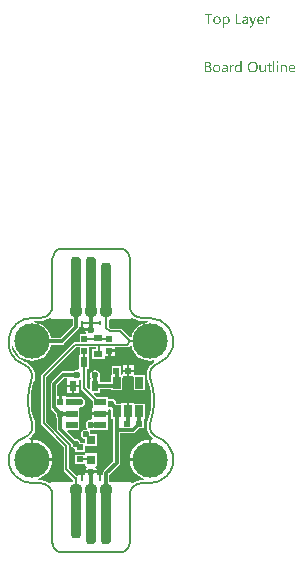
<source format=gtl>
G04*
G04 #@! TF.GenerationSoftware,Altium Limited,Altium Designer,21.8.1 (53)*
G04*
G04 Layer_Physical_Order=1*
G04 Layer_Color=255*
%FSAX25Y25*%
%MOIN*%
G70*
G04*
G04 #@! TF.SameCoordinates,17E01544-8C08-452E-A090-7F5DC87EFE89*
G04*
G04*
G04 #@! TF.FilePolarity,Positive*
G04*
G01*
G75*
%ADD10C,0.01181*%
%ADD11C,0.00787*%
%ADD16R,0.03937X0.02362*%
%ADD17R,0.02362X0.03543*%
%ADD18R,0.00787X0.01181*%
%ADD20R,0.02165X0.01968*%
%ADD22R,0.02756X0.03937*%
%ADD23R,0.02165X0.01968*%
%ADD24R,0.01968X0.02165*%
G04:AMPARAMS|DCode=28|XSize=35.43mil|YSize=169.29mil|CornerRadius=13.82mil|HoleSize=0mil|Usage=FLASHONLY|Rotation=0.000|XOffset=0mil|YOffset=0mil|HoleType=Round|Shape=RoundedRectangle|*
%AMROUNDEDRECTD28*
21,1,0.03543,0.14165,0,0,0.0*
21,1,0.00780,0.16929,0,0,0.0*
1,1,0.02764,0.00390,-0.07083*
1,1,0.02764,-0.00390,-0.07083*
1,1,0.02764,-0.00390,0.07083*
1,1,0.02764,0.00390,0.07083*
%
%ADD28ROUNDEDRECTD28*%
G04:AMPARAMS|DCode=33|XSize=35.43mil|YSize=188.98mil|CornerRadius=13.82mil|HoleSize=0mil|Usage=FLASHONLY|Rotation=180.000|XOffset=0mil|YOffset=0mil|HoleType=Round|Shape=RoundedRectangle|*
%AMROUNDEDRECTD33*
21,1,0.03543,0.16134,0,0,180.0*
21,1,0.00780,0.18898,0,0,180.0*
1,1,0.02764,-0.00390,0.08067*
1,1,0.02764,0.00390,0.08067*
1,1,0.02764,0.00390,-0.08067*
1,1,0.02764,-0.00390,-0.08067*
%
%ADD33ROUNDEDRECTD33*%
%ADD37C,0.04370*%
%ADD39R,0.03150X0.02362*%
%ADD40R,0.03150X0.03150*%
%ADD41C,0.01378*%
%ADD42C,0.11811*%
%ADD43C,0.02362*%
G36*
X0045234Y0155615D02*
X0045278Y0155609D01*
X0045321Y0155603D01*
X0045432Y0155578D01*
X0045556Y0155541D01*
X0045680Y0155479D01*
X0045742Y0155442D01*
X0045804Y0155392D01*
X0045860Y0155343D01*
X0045915Y0155281D01*
X0045921Y0155275D01*
X0045928Y0155268D01*
X0045940Y0155244D01*
X0045959Y0155219D01*
X0045977Y0155188D01*
X0046002Y0155145D01*
X0046027Y0155095D01*
X0046051Y0155046D01*
X0046076Y0154984D01*
X0046101Y0154916D01*
X0046126Y0154841D01*
X0046144Y0154761D01*
X0046175Y0154581D01*
X0046188Y0154482D01*
Y0154377D01*
Y0154371D01*
Y0154352D01*
Y0154315D01*
X0046181Y0154272D01*
Y0154222D01*
X0046169Y0154160D01*
X0046163Y0154092D01*
X0046150Y0154018D01*
X0046113Y0153857D01*
X0046058Y0153690D01*
X0046020Y0153610D01*
X0045983Y0153529D01*
X0045934Y0153448D01*
X0045878Y0153374D01*
X0045872Y0153368D01*
X0045866Y0153356D01*
X0045847Y0153337D01*
X0045823Y0153319D01*
X0045792Y0153288D01*
X0045754Y0153257D01*
X0045711Y0153219D01*
X0045662Y0153189D01*
X0045606Y0153151D01*
X0045544Y0153114D01*
X0045395Y0153059D01*
X0045315Y0153034D01*
X0045234Y0153015D01*
X0045142Y0153003D01*
X0045042Y0152997D01*
X0044993D01*
X0044962Y0153003D01*
X0044919Y0153009D01*
X0044875Y0153021D01*
X0044764Y0153046D01*
X0044646Y0153096D01*
X0044578Y0153133D01*
X0044516Y0153170D01*
X0044455Y0153219D01*
X0044399Y0153275D01*
X0044337Y0153337D01*
X0044287Y0153411D01*
X0044275D01*
Y0151901D01*
X0043873D01*
Y0155566D01*
X0044275D01*
Y0155120D01*
X0044287D01*
X0044293Y0155126D01*
X0044300Y0155145D01*
X0044318Y0155169D01*
X0044343Y0155200D01*
X0044374Y0155237D01*
X0044411Y0155281D01*
X0044455Y0155324D01*
X0044510Y0155374D01*
X0044566Y0155417D01*
X0044628Y0155460D01*
X0044702Y0155504D01*
X0044776Y0155541D01*
X0044863Y0155578D01*
X0044956Y0155603D01*
X0045049Y0155615D01*
X0045154Y0155621D01*
X0045204D01*
X0045234Y0155615D01*
D02*
G37*
G36*
X0059348Y0155603D02*
X0059422Y0155596D01*
X0059465Y0155584D01*
X0059496Y0155572D01*
Y0155157D01*
X0059490Y0155163D01*
X0059478Y0155169D01*
X0059453Y0155182D01*
X0059422Y0155200D01*
X0059379Y0155213D01*
X0059323Y0155225D01*
X0059261Y0155231D01*
X0059193Y0155237D01*
X0059180D01*
X0059149Y0155231D01*
X0059100Y0155225D01*
X0059044Y0155207D01*
X0058970Y0155175D01*
X0058902Y0155132D01*
X0058828Y0155070D01*
X0058760Y0154990D01*
X0058753Y0154978D01*
X0058735Y0154946D01*
X0058704Y0154891D01*
X0058673Y0154816D01*
X0058642Y0154724D01*
X0058611Y0154606D01*
X0058592Y0154476D01*
X0058586Y0154327D01*
Y0153052D01*
X0058184D01*
Y0155566D01*
X0058586D01*
Y0155046D01*
X0058599D01*
Y0155052D01*
X0058605Y0155058D01*
X0058617Y0155089D01*
X0058636Y0155138D01*
X0058667Y0155200D01*
X0058698Y0155262D01*
X0058747Y0155330D01*
X0058797Y0155398D01*
X0058859Y0155460D01*
X0058865Y0155466D01*
X0058890Y0155485D01*
X0058927Y0155510D01*
X0058976Y0155535D01*
X0059032Y0155559D01*
X0059100Y0155584D01*
X0059174Y0155603D01*
X0059255Y0155609D01*
X0059311D01*
X0059348Y0155603D01*
D02*
G37*
G36*
X0053969Y0152650D02*
X0053962Y0152644D01*
X0053956Y0152619D01*
X0053938Y0152576D01*
X0053913Y0152526D01*
X0053882Y0152471D01*
X0053838Y0152402D01*
X0053795Y0152334D01*
X0053746Y0152260D01*
X0053684Y0152186D01*
X0053622Y0152118D01*
X0053548Y0152050D01*
X0053467Y0151994D01*
X0053387Y0151944D01*
X0053294Y0151901D01*
X0053201Y0151876D01*
X0053096Y0151870D01*
X0053040D01*
X0053003Y0151876D01*
X0052922Y0151889D01*
X0052836Y0151907D01*
Y0152266D01*
X0052842D01*
X0052860Y0152260D01*
X0052885Y0152254D01*
X0052916Y0152248D01*
X0052991Y0152229D01*
X0053071Y0152223D01*
X0053083D01*
X0053120Y0152229D01*
X0053176Y0152242D01*
X0053244Y0152266D01*
X0053319Y0152310D01*
X0053356Y0152340D01*
X0053393Y0152378D01*
X0053430Y0152415D01*
X0053467Y0152464D01*
X0053498Y0152520D01*
X0053529Y0152582D01*
X0053733Y0153052D01*
X0052749Y0155566D01*
X0053195D01*
X0053876Y0153628D01*
Y0153622D01*
X0053882Y0153610D01*
X0053888Y0153591D01*
X0053894Y0153566D01*
X0053900Y0153529D01*
X0053913Y0153492D01*
X0053925Y0153436D01*
X0053944D01*
Y0153448D01*
X0053956Y0153486D01*
X0053969Y0153541D01*
X0053993Y0153622D01*
X0054705Y0155566D01*
X0055120D01*
X0053969Y0152650D01*
D02*
G37*
G36*
X0051561Y0155615D02*
X0051616Y0155609D01*
X0051684Y0155590D01*
X0051759Y0155572D01*
X0051839Y0155541D01*
X0051926Y0155504D01*
X0052006Y0155454D01*
X0052087Y0155392D01*
X0052161Y0155318D01*
X0052229Y0155225D01*
X0052285Y0155120D01*
X0052328Y0154996D01*
X0052353Y0154854D01*
X0052365Y0154686D01*
Y0153052D01*
X0051963D01*
Y0153442D01*
X0051951D01*
Y0153436D01*
X0051938Y0153424D01*
X0051926Y0153399D01*
X0051901Y0153374D01*
X0051839Y0153300D01*
X0051759Y0153219D01*
X0051647Y0153139D01*
X0051517Y0153065D01*
X0051437Y0153040D01*
X0051356Y0153015D01*
X0051270Y0153003D01*
X0051177Y0152997D01*
X0051140D01*
X0051115Y0153003D01*
X0051047Y0153009D01*
X0050966Y0153021D01*
X0050867Y0153046D01*
X0050775Y0153077D01*
X0050675Y0153127D01*
X0050589Y0153189D01*
X0050583Y0153201D01*
X0050558Y0153226D01*
X0050521Y0153269D01*
X0050484Y0153331D01*
X0050446Y0153405D01*
X0050409Y0153492D01*
X0050384Y0153597D01*
X0050378Y0153715D01*
Y0153721D01*
Y0153746D01*
X0050384Y0153783D01*
X0050391Y0153826D01*
X0050403Y0153882D01*
X0050422Y0153944D01*
X0050446Y0154012D01*
X0050484Y0154080D01*
X0050527Y0154154D01*
X0050583Y0154228D01*
X0050651Y0154297D01*
X0050731Y0154358D01*
X0050824Y0154420D01*
X0050935Y0154470D01*
X0051059Y0154507D01*
X0051208Y0154538D01*
X0051963Y0154643D01*
Y0154649D01*
Y0154668D01*
X0051957Y0154705D01*
Y0154742D01*
X0051944Y0154792D01*
X0051938Y0154848D01*
X0051901Y0154965D01*
X0051870Y0155021D01*
X0051839Y0155077D01*
X0051796Y0155132D01*
X0051746Y0155182D01*
X0051684Y0155225D01*
X0051616Y0155256D01*
X0051536Y0155275D01*
X0051443Y0155281D01*
X0051400D01*
X0051369Y0155275D01*
X0051325D01*
X0051282Y0155262D01*
X0051171Y0155244D01*
X0051047Y0155207D01*
X0050911Y0155151D01*
X0050836Y0155114D01*
X0050768Y0155077D01*
X0050694Y0155027D01*
X0050626Y0154971D01*
Y0155386D01*
X0050632D01*
X0050644Y0155398D01*
X0050663Y0155411D01*
X0050694Y0155423D01*
X0050725Y0155442D01*
X0050768Y0155460D01*
X0050818Y0155479D01*
X0050874Y0155504D01*
X0050997Y0155547D01*
X0051146Y0155584D01*
X0051307Y0155609D01*
X0051480Y0155621D01*
X0051517D01*
X0051561Y0155615D01*
D02*
G37*
G36*
X0048670Y0153424D02*
X0050081D01*
Y0153052D01*
X0048255D01*
Y0156568D01*
X0048670D01*
Y0153424D01*
D02*
G37*
G36*
X0040431Y0156197D02*
X0039416D01*
Y0153052D01*
X0039007D01*
Y0156197D01*
X0037992D01*
Y0156568D01*
X0040431D01*
Y0156197D01*
D02*
G37*
G36*
X0056624Y0155615D02*
X0056667Y0155609D01*
X0056711Y0155603D01*
X0056822Y0155584D01*
X0056946Y0155541D01*
X0057070Y0155485D01*
X0057132Y0155448D01*
X0057193Y0155405D01*
X0057249Y0155355D01*
X0057305Y0155299D01*
X0057311Y0155293D01*
X0057317Y0155287D01*
X0057330Y0155268D01*
X0057348Y0155244D01*
X0057367Y0155207D01*
X0057392Y0155169D01*
X0057416Y0155126D01*
X0057441Y0155070D01*
X0057466Y0155008D01*
X0057491Y0154946D01*
X0057515Y0154872D01*
X0057534Y0154792D01*
X0057552Y0154705D01*
X0057565Y0154619D01*
X0057577Y0154519D01*
Y0154414D01*
Y0154204D01*
X0055801D01*
Y0154198D01*
Y0154185D01*
Y0154167D01*
X0055807Y0154136D01*
X0055813Y0154098D01*
Y0154061D01*
X0055832Y0153962D01*
X0055863Y0153863D01*
X0055900Y0153752D01*
X0055955Y0153647D01*
X0056024Y0153554D01*
X0056036Y0153541D01*
X0056061Y0153517D01*
X0056110Y0153486D01*
X0056178Y0153442D01*
X0056265Y0153399D01*
X0056364Y0153368D01*
X0056482Y0153343D01*
X0056618Y0153331D01*
X0056661D01*
X0056692Y0153337D01*
X0056729D01*
X0056773Y0153343D01*
X0056878Y0153368D01*
X0056995Y0153399D01*
X0057125Y0153448D01*
X0057262Y0153517D01*
X0057330Y0153560D01*
X0057398Y0153610D01*
Y0153232D01*
X0057392D01*
X0057385Y0153219D01*
X0057367Y0153213D01*
X0057336Y0153195D01*
X0057305Y0153176D01*
X0057268Y0153158D01*
X0057218Y0153139D01*
X0057169Y0153114D01*
X0057107Y0153089D01*
X0057039Y0153071D01*
X0056890Y0153034D01*
X0056717Y0153009D01*
X0056525Y0152997D01*
X0056476D01*
X0056438Y0153003D01*
X0056395Y0153009D01*
X0056339Y0153015D01*
X0056222Y0153040D01*
X0056085Y0153077D01*
X0055949Y0153139D01*
X0055881Y0153182D01*
X0055813Y0153226D01*
X0055751Y0153275D01*
X0055689Y0153337D01*
X0055683Y0153343D01*
X0055677Y0153356D01*
X0055665Y0153374D01*
X0055640Y0153399D01*
X0055621Y0153436D01*
X0055597Y0153480D01*
X0055566Y0153529D01*
X0055541Y0153585D01*
X0055510Y0153647D01*
X0055485Y0153721D01*
X0055454Y0153801D01*
X0055436Y0153888D01*
X0055417Y0153981D01*
X0055398Y0154080D01*
X0055392Y0154185D01*
X0055386Y0154297D01*
Y0154303D01*
Y0154321D01*
Y0154352D01*
X0055392Y0154396D01*
X0055398Y0154445D01*
X0055405Y0154501D01*
X0055411Y0154569D01*
X0055429Y0154637D01*
X0055467Y0154786D01*
X0055522Y0154946D01*
X0055559Y0155027D01*
X0055609Y0155101D01*
X0055658Y0155182D01*
X0055714Y0155250D01*
X0055720Y0155256D01*
X0055733Y0155268D01*
X0055751Y0155287D01*
X0055776Y0155306D01*
X0055807Y0155336D01*
X0055844Y0155367D01*
X0055894Y0155398D01*
X0055943Y0155436D01*
X0056061Y0155504D01*
X0056203Y0155566D01*
X0056284Y0155584D01*
X0056364Y0155603D01*
X0056451Y0155615D01*
X0056544Y0155621D01*
X0056593D01*
X0056624Y0155615D01*
D02*
G37*
G36*
X0042133D02*
X0042177Y0155609D01*
X0042232Y0155603D01*
X0042356Y0155578D01*
X0042498Y0155535D01*
X0042641Y0155473D01*
X0042715Y0155436D01*
X0042783Y0155392D01*
X0042851Y0155336D01*
X0042913Y0155275D01*
X0042919Y0155268D01*
X0042926Y0155256D01*
X0042944Y0155237D01*
X0042963Y0155213D01*
X0042987Y0155175D01*
X0043012Y0155132D01*
X0043043Y0155083D01*
X0043074Y0155027D01*
X0043099Y0154959D01*
X0043130Y0154891D01*
X0043155Y0154810D01*
X0043179Y0154724D01*
X0043198Y0154631D01*
X0043216Y0154532D01*
X0043223Y0154427D01*
X0043229Y0154315D01*
Y0154309D01*
Y0154290D01*
Y0154259D01*
X0043223Y0154216D01*
X0043216Y0154167D01*
X0043210Y0154105D01*
X0043198Y0154043D01*
X0043185Y0153969D01*
X0043148Y0153820D01*
X0043086Y0153659D01*
X0043049Y0153578D01*
X0043000Y0153498D01*
X0042950Y0153424D01*
X0042888Y0153356D01*
X0042882Y0153349D01*
X0042870Y0153343D01*
X0042851Y0153325D01*
X0042827Y0153300D01*
X0042789Y0153275D01*
X0042752Y0153244D01*
X0042703Y0153207D01*
X0042647Y0153176D01*
X0042585Y0153145D01*
X0042517Y0153108D01*
X0042443Y0153077D01*
X0042362Y0153052D01*
X0042276Y0153028D01*
X0042183Y0153015D01*
X0042084Y0153003D01*
X0041978Y0152997D01*
X0041923D01*
X0041886Y0153003D01*
X0041842Y0153009D01*
X0041787Y0153015D01*
X0041725Y0153028D01*
X0041657Y0153040D01*
X0041514Y0153083D01*
X0041366Y0153145D01*
X0041291Y0153182D01*
X0041223Y0153232D01*
X0041155Y0153281D01*
X0041087Y0153343D01*
X0041081Y0153349D01*
X0041075Y0153362D01*
X0041056Y0153380D01*
X0041038Y0153405D01*
X0041013Y0153442D01*
X0040982Y0153486D01*
X0040951Y0153535D01*
X0040926Y0153591D01*
X0040895Y0153659D01*
X0040864Y0153727D01*
X0040833Y0153801D01*
X0040809Y0153888D01*
X0040771Y0154074D01*
X0040765Y0154173D01*
X0040759Y0154278D01*
Y0154284D01*
Y0154309D01*
Y0154340D01*
X0040765Y0154383D01*
X0040771Y0154433D01*
X0040778Y0154495D01*
X0040790Y0154563D01*
X0040802Y0154637D01*
X0040839Y0154798D01*
X0040901Y0154959D01*
X0040945Y0155039D01*
X0040988Y0155120D01*
X0041038Y0155194D01*
X0041100Y0155262D01*
X0041106Y0155268D01*
X0041118Y0155281D01*
X0041137Y0155293D01*
X0041161Y0155318D01*
X0041199Y0155343D01*
X0041242Y0155374D01*
X0041291Y0155411D01*
X0041347Y0155442D01*
X0041409Y0155473D01*
X0041483Y0155510D01*
X0041558Y0155541D01*
X0041644Y0155566D01*
X0041731Y0155590D01*
X0041830Y0155609D01*
X0041935Y0155615D01*
X0042040Y0155621D01*
X0042096D01*
X0042133Y0155615D01*
D02*
G37*
G36*
X0062201Y0140630D02*
X0062226D01*
X0062282Y0140605D01*
X0062313Y0140586D01*
X0062344Y0140562D01*
X0062350Y0140555D01*
X0062356Y0140549D01*
X0062387Y0140512D01*
X0062412Y0140450D01*
X0062418Y0140413D01*
X0062424Y0140376D01*
Y0140370D01*
Y0140357D01*
X0062418Y0140339D01*
X0062412Y0140314D01*
X0062393Y0140252D01*
X0062368Y0140221D01*
X0062344Y0140190D01*
X0062337D01*
X0062331Y0140178D01*
X0062294Y0140153D01*
X0062238Y0140128D01*
X0062201Y0140122D01*
X0062164Y0140116D01*
X0062146D01*
X0062127Y0140122D01*
X0062102D01*
X0062040Y0140147D01*
X0062009Y0140159D01*
X0061978Y0140184D01*
Y0140190D01*
X0061966Y0140196D01*
X0061954Y0140215D01*
X0061941Y0140234D01*
X0061917Y0140295D01*
X0061910Y0140332D01*
X0061904Y0140376D01*
Y0140382D01*
Y0140394D01*
X0061910Y0140413D01*
X0061917Y0140444D01*
X0061935Y0140500D01*
X0061954Y0140531D01*
X0061978Y0140562D01*
X0061985Y0140568D01*
X0061991Y0140574D01*
X0062028Y0140599D01*
X0062090Y0140623D01*
X0062127Y0140636D01*
X0062183D01*
X0062201Y0140630D01*
D02*
G37*
G36*
X0050211Y0136965D02*
X0049809D01*
Y0137386D01*
X0049796D01*
Y0137380D01*
X0049784Y0137367D01*
X0049766Y0137343D01*
X0049747Y0137312D01*
X0049716Y0137275D01*
X0049679Y0137238D01*
X0049635Y0137194D01*
X0049586Y0137151D01*
X0049530Y0137101D01*
X0049462Y0137058D01*
X0049394Y0137021D01*
X0049314Y0136984D01*
X0049233Y0136953D01*
X0049140Y0136928D01*
X0049041Y0136916D01*
X0048936Y0136909D01*
X0048893D01*
X0048856Y0136916D01*
X0048818Y0136922D01*
X0048769Y0136928D01*
X0048664Y0136953D01*
X0048540Y0136990D01*
X0048416Y0137052D01*
X0048348Y0137089D01*
X0048292Y0137132D01*
X0048230Y0137188D01*
X0048175Y0137244D01*
Y0137250D01*
X0048162Y0137262D01*
X0048150Y0137281D01*
X0048131Y0137306D01*
X0048113Y0137337D01*
X0048088Y0137380D01*
X0048063Y0137429D01*
X0048039Y0137485D01*
X0048008Y0137547D01*
X0047983Y0137615D01*
X0047958Y0137689D01*
X0047939Y0137770D01*
X0047921Y0137856D01*
X0047908Y0137956D01*
X0047902Y0138055D01*
X0047896Y0138160D01*
Y0138166D01*
Y0138185D01*
Y0138222D01*
X0047902Y0138265D01*
X0047908Y0138315D01*
X0047915Y0138376D01*
X0047921Y0138445D01*
X0047933Y0138519D01*
X0047970Y0138680D01*
X0048026Y0138847D01*
X0048063Y0138927D01*
X0048107Y0139008D01*
X0048150Y0139082D01*
X0048206Y0139156D01*
X0048212Y0139163D01*
X0048218Y0139175D01*
X0048237Y0139194D01*
X0048261Y0139218D01*
X0048292Y0139243D01*
X0048336Y0139274D01*
X0048379Y0139311D01*
X0048428Y0139348D01*
X0048552Y0139416D01*
X0048695Y0139478D01*
X0048775Y0139497D01*
X0048862Y0139515D01*
X0048948Y0139528D01*
X0049047Y0139534D01*
X0049097D01*
X0049134Y0139528D01*
X0049171Y0139522D01*
X0049221Y0139515D01*
X0049332Y0139485D01*
X0049456Y0139435D01*
X0049518Y0139404D01*
X0049580Y0139361D01*
X0049642Y0139317D01*
X0049697Y0139262D01*
X0049747Y0139200D01*
X0049796Y0139126D01*
X0049809D01*
Y0140685D01*
X0050211D01*
Y0136965D01*
D02*
G37*
G36*
X0064479Y0139528D02*
X0064553Y0139522D01*
X0064646Y0139503D01*
X0064745Y0139472D01*
X0064850Y0139423D01*
X0064956Y0139355D01*
X0064999Y0139317D01*
X0065042Y0139268D01*
X0065055Y0139255D01*
X0065080Y0139218D01*
X0065110Y0139156D01*
X0065154Y0139070D01*
X0065191Y0138964D01*
X0065228Y0138835D01*
X0065253Y0138680D01*
X0065259Y0138500D01*
Y0136965D01*
X0064857D01*
Y0138395D01*
Y0138401D01*
Y0138432D01*
X0064850Y0138469D01*
Y0138519D01*
X0064838Y0138581D01*
X0064826Y0138649D01*
X0064807Y0138723D01*
X0064782Y0138797D01*
X0064751Y0138872D01*
X0064714Y0138940D01*
X0064665Y0139008D01*
X0064609Y0139070D01*
X0064547Y0139119D01*
X0064467Y0139156D01*
X0064380Y0139187D01*
X0064275Y0139194D01*
X0064262D01*
X0064225Y0139187D01*
X0064170Y0139181D01*
X0064101Y0139163D01*
X0064021Y0139138D01*
X0063934Y0139094D01*
X0063854Y0139039D01*
X0063774Y0138964D01*
X0063767Y0138952D01*
X0063743Y0138927D01*
X0063712Y0138878D01*
X0063674Y0138810D01*
X0063637Y0138729D01*
X0063606Y0138630D01*
X0063582Y0138519D01*
X0063575Y0138395D01*
Y0136965D01*
X0063173D01*
Y0139478D01*
X0063575D01*
Y0139057D01*
X0063588D01*
X0063594Y0139064D01*
X0063600Y0139076D01*
X0063619Y0139101D01*
X0063643Y0139132D01*
X0063668Y0139169D01*
X0063705Y0139206D01*
X0063749Y0139249D01*
X0063798Y0139299D01*
X0063854Y0139342D01*
X0063916Y0139385D01*
X0063984Y0139423D01*
X0064058Y0139460D01*
X0064132Y0139491D01*
X0064219Y0139515D01*
X0064312Y0139528D01*
X0064411Y0139534D01*
X0064448D01*
X0064479Y0139528D01*
D02*
G37*
G36*
X0047481Y0139515D02*
X0047556Y0139509D01*
X0047599Y0139497D01*
X0047630Y0139485D01*
Y0139070D01*
X0047624Y0139076D01*
X0047611Y0139082D01*
X0047587Y0139094D01*
X0047556Y0139113D01*
X0047512Y0139126D01*
X0047457Y0139138D01*
X0047395Y0139144D01*
X0047327Y0139150D01*
X0047314D01*
X0047283Y0139144D01*
X0047234Y0139138D01*
X0047178Y0139119D01*
X0047104Y0139088D01*
X0047036Y0139045D01*
X0046961Y0138983D01*
X0046893Y0138903D01*
X0046887Y0138890D01*
X0046869Y0138859D01*
X0046838Y0138804D01*
X0046807Y0138729D01*
X0046776Y0138637D01*
X0046745Y0138519D01*
X0046726Y0138389D01*
X0046720Y0138240D01*
Y0136965D01*
X0046318D01*
Y0139478D01*
X0046720D01*
Y0138958D01*
X0046732D01*
Y0138964D01*
X0046739Y0138971D01*
X0046751Y0139002D01*
X0046769Y0139051D01*
X0046801Y0139113D01*
X0046831Y0139175D01*
X0046881Y0139243D01*
X0046931Y0139311D01*
X0046992Y0139373D01*
X0046999Y0139379D01*
X0047023Y0139398D01*
X0047060Y0139423D01*
X0047110Y0139447D01*
X0047166Y0139472D01*
X0047234Y0139497D01*
X0047308Y0139515D01*
X0047388Y0139522D01*
X0047444D01*
X0047481Y0139515D01*
D02*
G37*
G36*
X0058221Y0136965D02*
X0057819D01*
Y0137361D01*
X0057806D01*
Y0137355D01*
X0057794Y0137343D01*
X0057782Y0137318D01*
X0057757Y0137293D01*
X0057701Y0137219D01*
X0057614Y0137138D01*
X0057565Y0137095D01*
X0057509Y0137052D01*
X0057447Y0137015D01*
X0057373Y0136978D01*
X0057299Y0136953D01*
X0057218Y0136928D01*
X0057125Y0136916D01*
X0057033Y0136909D01*
X0056995D01*
X0056952Y0136916D01*
X0056890Y0136928D01*
X0056822Y0136940D01*
X0056748Y0136965D01*
X0056667Y0136996D01*
X0056587Y0137046D01*
X0056500Y0137101D01*
X0056420Y0137169D01*
X0056345Y0137256D01*
X0056277Y0137361D01*
X0056216Y0137479D01*
X0056172Y0137621D01*
X0056147Y0137788D01*
X0056135Y0137875D01*
Y0137974D01*
Y0139478D01*
X0056531D01*
Y0138036D01*
Y0138030D01*
Y0138005D01*
X0056537Y0137962D01*
X0056544Y0137912D01*
X0056550Y0137850D01*
X0056562Y0137788D01*
X0056581Y0137714D01*
X0056605Y0137640D01*
X0056643Y0137566D01*
X0056680Y0137497D01*
X0056729Y0137429D01*
X0056791Y0137367D01*
X0056859Y0137318D01*
X0056940Y0137281D01*
X0057039Y0137250D01*
X0057144Y0137244D01*
X0057156D01*
X0057193Y0137250D01*
X0057249Y0137256D01*
X0057311Y0137268D01*
X0057392Y0137299D01*
X0057472Y0137337D01*
X0057552Y0137386D01*
X0057627Y0137460D01*
X0057633Y0137473D01*
X0057658Y0137497D01*
X0057689Y0137547D01*
X0057726Y0137615D01*
X0057757Y0137696D01*
X0057788Y0137795D01*
X0057812Y0137906D01*
X0057819Y0138030D01*
Y0139478D01*
X0058221D01*
Y0136965D01*
D02*
G37*
G36*
X0062356D02*
X0061954D01*
Y0139478D01*
X0062356D01*
Y0136965D01*
D02*
G37*
G36*
X0061137D02*
X0060734D01*
Y0140685D01*
X0061137D01*
Y0136965D01*
D02*
G37*
G36*
X0044758Y0139528D02*
X0044813Y0139522D01*
X0044882Y0139503D01*
X0044956Y0139485D01*
X0045036Y0139453D01*
X0045123Y0139416D01*
X0045204Y0139367D01*
X0045284Y0139305D01*
X0045358Y0139231D01*
X0045426Y0139138D01*
X0045482Y0139033D01*
X0045525Y0138909D01*
X0045550Y0138767D01*
X0045562Y0138599D01*
Y0136965D01*
X0045160D01*
Y0137355D01*
X0045148D01*
Y0137349D01*
X0045135Y0137337D01*
X0045123Y0137312D01*
X0045098Y0137287D01*
X0045036Y0137213D01*
X0044956Y0137132D01*
X0044844Y0137052D01*
X0044714Y0136978D01*
X0044634Y0136953D01*
X0044554Y0136928D01*
X0044467Y0136916D01*
X0044374Y0136909D01*
X0044337D01*
X0044312Y0136916D01*
X0044244Y0136922D01*
X0044164Y0136934D01*
X0044065Y0136959D01*
X0043972Y0136990D01*
X0043873Y0137039D01*
X0043786Y0137101D01*
X0043780Y0137114D01*
X0043755Y0137138D01*
X0043718Y0137182D01*
X0043681Y0137244D01*
X0043644Y0137318D01*
X0043606Y0137405D01*
X0043582Y0137510D01*
X0043576Y0137627D01*
Y0137634D01*
Y0137658D01*
X0043582Y0137696D01*
X0043588Y0137739D01*
X0043600Y0137795D01*
X0043619Y0137856D01*
X0043644Y0137925D01*
X0043681Y0137993D01*
X0043724Y0138067D01*
X0043780Y0138141D01*
X0043848Y0138209D01*
X0043928Y0138271D01*
X0044021Y0138333D01*
X0044133Y0138383D01*
X0044256Y0138420D01*
X0044405Y0138451D01*
X0045160Y0138556D01*
Y0138562D01*
Y0138581D01*
X0045154Y0138618D01*
Y0138655D01*
X0045142Y0138705D01*
X0045135Y0138760D01*
X0045098Y0138878D01*
X0045067Y0138934D01*
X0045036Y0138989D01*
X0044993Y0139045D01*
X0044943Y0139094D01*
X0044882Y0139138D01*
X0044813Y0139169D01*
X0044733Y0139187D01*
X0044640Y0139194D01*
X0044597D01*
X0044566Y0139187D01*
X0044523D01*
X0044479Y0139175D01*
X0044368Y0139156D01*
X0044244Y0139119D01*
X0044108Y0139064D01*
X0044034Y0139026D01*
X0043966Y0138989D01*
X0043891Y0138940D01*
X0043823Y0138884D01*
Y0139299D01*
X0043829D01*
X0043842Y0139311D01*
X0043860Y0139324D01*
X0043891Y0139336D01*
X0043922Y0139355D01*
X0043966Y0139373D01*
X0044015Y0139392D01*
X0044071Y0139416D01*
X0044194Y0139460D01*
X0044343Y0139497D01*
X0044504Y0139522D01*
X0044677Y0139534D01*
X0044714D01*
X0044758Y0139528D01*
D02*
G37*
G36*
X0039069Y0140475D02*
X0039112D01*
X0039156Y0140469D01*
X0039255Y0140456D01*
X0039373Y0140425D01*
X0039496Y0140388D01*
X0039614Y0140332D01*
X0039719Y0140258D01*
X0039725D01*
X0039731Y0140246D01*
X0039762Y0140221D01*
X0039806Y0140172D01*
X0039855Y0140103D01*
X0039899Y0140017D01*
X0039942Y0139918D01*
X0039973Y0139806D01*
X0039985Y0139744D01*
Y0139676D01*
Y0139670D01*
Y0139664D01*
Y0139627D01*
X0039979Y0139571D01*
X0039967Y0139503D01*
X0039948Y0139416D01*
X0039917Y0139330D01*
X0039880Y0139243D01*
X0039824Y0139156D01*
X0039818Y0139144D01*
X0039793Y0139119D01*
X0039756Y0139082D01*
X0039707Y0139033D01*
X0039645Y0138983D01*
X0039571Y0138927D01*
X0039478Y0138884D01*
X0039379Y0138841D01*
Y0138835D01*
X0039397D01*
X0039416Y0138828D01*
X0039434Y0138822D01*
X0039503Y0138810D01*
X0039583Y0138785D01*
X0039670Y0138748D01*
X0039762Y0138705D01*
X0039855Y0138643D01*
X0039942Y0138562D01*
X0039954Y0138550D01*
X0039979Y0138519D01*
X0040010Y0138476D01*
X0040053Y0138407D01*
X0040091Y0138321D01*
X0040128Y0138222D01*
X0040152Y0138104D01*
X0040159Y0137974D01*
Y0137968D01*
Y0137956D01*
Y0137931D01*
X0040152Y0137900D01*
X0040146Y0137863D01*
X0040140Y0137819D01*
X0040115Y0137714D01*
X0040078Y0137597D01*
X0040022Y0137473D01*
X0039985Y0137417D01*
X0039942Y0137355D01*
X0039886Y0137299D01*
X0039830Y0137244D01*
X0039824D01*
X0039818Y0137231D01*
X0039800Y0137219D01*
X0039775Y0137200D01*
X0039744Y0137182D01*
X0039701Y0137157D01*
X0039608Y0137108D01*
X0039490Y0137052D01*
X0039354Y0137009D01*
X0039193Y0136978D01*
X0039112Y0136971D01*
X0039020Y0136965D01*
X0037992D01*
Y0140481D01*
X0039038D01*
X0039069Y0140475D01*
D02*
G37*
G36*
X0059564Y0139478D02*
X0060202D01*
Y0139132D01*
X0059564D01*
Y0137714D01*
Y0137702D01*
Y0137671D01*
X0059570Y0137627D01*
X0059577Y0137572D01*
X0059601Y0137454D01*
X0059620Y0137399D01*
X0059651Y0137355D01*
X0059657Y0137349D01*
X0059670Y0137337D01*
X0059688Y0137324D01*
X0059719Y0137306D01*
X0059756Y0137281D01*
X0059806Y0137268D01*
X0059868Y0137256D01*
X0059936Y0137250D01*
X0059960D01*
X0059991Y0137256D01*
X0060028Y0137262D01*
X0060115Y0137287D01*
X0060158Y0137306D01*
X0060202Y0137330D01*
Y0136984D01*
X0060196D01*
X0060177Y0136971D01*
X0060146Y0136965D01*
X0060103Y0136953D01*
X0060047Y0136940D01*
X0059985Y0136928D01*
X0059911Y0136922D01*
X0059824Y0136916D01*
X0059793D01*
X0059762Y0136922D01*
X0059719Y0136928D01*
X0059670Y0136940D01*
X0059614Y0136953D01*
X0059558Y0136978D01*
X0059496Y0137009D01*
X0059434Y0137046D01*
X0059372Y0137095D01*
X0059317Y0137151D01*
X0059267Y0137225D01*
X0059224Y0137306D01*
X0059193Y0137405D01*
X0059168Y0137516D01*
X0059162Y0137646D01*
Y0139132D01*
X0058735D01*
Y0139478D01*
X0059162D01*
Y0140091D01*
X0059564Y0140221D01*
Y0139478D01*
D02*
G37*
G36*
X0067091Y0139528D02*
X0067135Y0139522D01*
X0067178Y0139515D01*
X0067289Y0139497D01*
X0067413Y0139453D01*
X0067537Y0139398D01*
X0067599Y0139361D01*
X0067661Y0139317D01*
X0067716Y0139268D01*
X0067772Y0139212D01*
X0067778Y0139206D01*
X0067785Y0139200D01*
X0067797Y0139181D01*
X0067816Y0139156D01*
X0067834Y0139119D01*
X0067859Y0139082D01*
X0067884Y0139039D01*
X0067908Y0138983D01*
X0067933Y0138921D01*
X0067958Y0138859D01*
X0067983Y0138785D01*
X0068001Y0138705D01*
X0068020Y0138618D01*
X0068032Y0138531D01*
X0068045Y0138432D01*
Y0138327D01*
Y0138117D01*
X0066268D01*
Y0138110D01*
Y0138098D01*
Y0138079D01*
X0066274Y0138048D01*
X0066280Y0138011D01*
Y0137974D01*
X0066299Y0137875D01*
X0066330Y0137776D01*
X0066367Y0137665D01*
X0066423Y0137559D01*
X0066491Y0137467D01*
X0066503Y0137454D01*
X0066528Y0137429D01*
X0066578Y0137399D01*
X0066646Y0137355D01*
X0066732Y0137312D01*
X0066831Y0137281D01*
X0066949Y0137256D01*
X0067085Y0137244D01*
X0067128D01*
X0067159Y0137250D01*
X0067197D01*
X0067240Y0137256D01*
X0067345Y0137281D01*
X0067463Y0137312D01*
X0067593Y0137361D01*
X0067729Y0137429D01*
X0067797Y0137473D01*
X0067865Y0137522D01*
Y0137145D01*
X0067859D01*
X0067853Y0137132D01*
X0067834Y0137126D01*
X0067803Y0137108D01*
X0067772Y0137089D01*
X0067735Y0137070D01*
X0067686Y0137052D01*
X0067636Y0137027D01*
X0067574Y0137002D01*
X0067506Y0136984D01*
X0067357Y0136947D01*
X0067184Y0136922D01*
X0066992Y0136909D01*
X0066943D01*
X0066906Y0136916D01*
X0066862Y0136922D01*
X0066807Y0136928D01*
X0066689Y0136953D01*
X0066553Y0136990D01*
X0066417Y0137052D01*
X0066348Y0137095D01*
X0066280Y0137138D01*
X0066219Y0137188D01*
X0066157Y0137250D01*
X0066150Y0137256D01*
X0066144Y0137268D01*
X0066132Y0137287D01*
X0066107Y0137312D01*
X0066088Y0137349D01*
X0066064Y0137392D01*
X0066033Y0137442D01*
X0066008Y0137497D01*
X0065977Y0137559D01*
X0065952Y0137634D01*
X0065921Y0137714D01*
X0065903Y0137801D01*
X0065884Y0137894D01*
X0065866Y0137993D01*
X0065860Y0138098D01*
X0065853Y0138209D01*
Y0138216D01*
Y0138234D01*
Y0138265D01*
X0065860Y0138308D01*
X0065866Y0138358D01*
X0065872Y0138414D01*
X0065878Y0138482D01*
X0065897Y0138550D01*
X0065934Y0138698D01*
X0065990Y0138859D01*
X0066027Y0138940D01*
X0066076Y0139014D01*
X0066126Y0139094D01*
X0066181Y0139163D01*
X0066188Y0139169D01*
X0066200Y0139181D01*
X0066219Y0139200D01*
X0066243Y0139218D01*
X0066274Y0139249D01*
X0066311Y0139280D01*
X0066361Y0139311D01*
X0066410Y0139348D01*
X0066528Y0139416D01*
X0066670Y0139478D01*
X0066751Y0139497D01*
X0066831Y0139515D01*
X0066918Y0139528D01*
X0067011Y0139534D01*
X0067060D01*
X0067091Y0139528D01*
D02*
G37*
G36*
X0054049Y0140537D02*
X0054111Y0140531D01*
X0054185Y0140518D01*
X0054266Y0140500D01*
X0054352Y0140481D01*
X0054439Y0140456D01*
X0054538Y0140425D01*
X0054631Y0140382D01*
X0054730Y0140332D01*
X0054829Y0140277D01*
X0054922Y0140209D01*
X0055015Y0140134D01*
X0055101Y0140048D01*
X0055107Y0140042D01*
X0055120Y0140023D01*
X0055145Y0139998D01*
X0055169Y0139961D01*
X0055207Y0139912D01*
X0055244Y0139850D01*
X0055281Y0139782D01*
X0055324Y0139707D01*
X0055367Y0139614D01*
X0055405Y0139522D01*
X0055442Y0139416D01*
X0055479Y0139299D01*
X0055504Y0139181D01*
X0055528Y0139051D01*
X0055541Y0138909D01*
X0055547Y0138767D01*
Y0138754D01*
Y0138729D01*
Y0138686D01*
X0055541Y0138624D01*
X0055535Y0138550D01*
X0055522Y0138469D01*
X0055510Y0138376D01*
X0055491Y0138271D01*
X0055467Y0138166D01*
X0055436Y0138055D01*
X0055398Y0137943D01*
X0055355Y0137832D01*
X0055299Y0137714D01*
X0055238Y0137609D01*
X0055169Y0137504D01*
X0055089Y0137405D01*
X0055083Y0137399D01*
X0055070Y0137386D01*
X0055039Y0137361D01*
X0055008Y0137330D01*
X0054959Y0137287D01*
X0054903Y0137250D01*
X0054841Y0137200D01*
X0054767Y0137157D01*
X0054686Y0137114D01*
X0054594Y0137064D01*
X0054495Y0137027D01*
X0054383Y0136990D01*
X0054266Y0136953D01*
X0054142Y0136928D01*
X0054012Y0136916D01*
X0053869Y0136909D01*
X0053838D01*
X0053795Y0136916D01*
X0053746D01*
X0053684Y0136922D01*
X0053610Y0136934D01*
X0053529Y0136953D01*
X0053436Y0136971D01*
X0053343Y0136996D01*
X0053244Y0137027D01*
X0053145Y0137070D01*
X0053046Y0137114D01*
X0052947Y0137169D01*
X0052848Y0137238D01*
X0052755Y0137312D01*
X0052669Y0137399D01*
X0052662Y0137405D01*
X0052650Y0137423D01*
X0052625Y0137448D01*
X0052601Y0137485D01*
X0052563Y0137535D01*
X0052526Y0137597D01*
X0052489Y0137665D01*
X0052446Y0137745D01*
X0052402Y0137832D01*
X0052365Y0137925D01*
X0052328Y0138030D01*
X0052291Y0138147D01*
X0052266Y0138265D01*
X0052241Y0138395D01*
X0052229Y0138537D01*
X0052223Y0138680D01*
Y0138692D01*
Y0138717D01*
X0052229Y0138760D01*
Y0138822D01*
X0052235Y0138890D01*
X0052248Y0138977D01*
X0052260Y0139070D01*
X0052279Y0139169D01*
X0052303Y0139274D01*
X0052334Y0139385D01*
X0052372Y0139497D01*
X0052415Y0139608D01*
X0052470Y0139720D01*
X0052532Y0139831D01*
X0052601Y0139936D01*
X0052681Y0140035D01*
X0052687Y0140042D01*
X0052700Y0140060D01*
X0052731Y0140085D01*
X0052768Y0140116D01*
X0052811Y0140153D01*
X0052867Y0140196D01*
X0052935Y0140240D01*
X0053009Y0140289D01*
X0053096Y0140339D01*
X0053189Y0140382D01*
X0053288Y0140425D01*
X0053399Y0140463D01*
X0053523Y0140494D01*
X0053653Y0140524D01*
X0053789Y0140537D01*
X0053931Y0140543D01*
X0054000D01*
X0054049Y0140537D01*
D02*
G37*
G36*
X0042022Y0139528D02*
X0042065Y0139522D01*
X0042121Y0139515D01*
X0042245Y0139491D01*
X0042387Y0139447D01*
X0042529Y0139385D01*
X0042604Y0139348D01*
X0042672Y0139305D01*
X0042740Y0139249D01*
X0042802Y0139187D01*
X0042808Y0139181D01*
X0042814Y0139169D01*
X0042833Y0139150D01*
X0042851Y0139126D01*
X0042876Y0139088D01*
X0042901Y0139045D01*
X0042932Y0138996D01*
X0042963Y0138940D01*
X0042987Y0138872D01*
X0043018Y0138804D01*
X0043043Y0138723D01*
X0043068Y0138637D01*
X0043086Y0138544D01*
X0043105Y0138445D01*
X0043111Y0138339D01*
X0043117Y0138228D01*
Y0138222D01*
Y0138203D01*
Y0138172D01*
X0043111Y0138129D01*
X0043105Y0138079D01*
X0043099Y0138017D01*
X0043086Y0137956D01*
X0043074Y0137881D01*
X0043037Y0137733D01*
X0042975Y0137572D01*
X0042938Y0137491D01*
X0042888Y0137411D01*
X0042839Y0137337D01*
X0042777Y0137268D01*
X0042771Y0137262D01*
X0042758Y0137256D01*
X0042740Y0137238D01*
X0042715Y0137213D01*
X0042678Y0137188D01*
X0042641Y0137157D01*
X0042591Y0137120D01*
X0042536Y0137089D01*
X0042474Y0137058D01*
X0042406Y0137021D01*
X0042331Y0136990D01*
X0042251Y0136965D01*
X0042164Y0136940D01*
X0042071Y0136928D01*
X0041972Y0136916D01*
X0041867Y0136909D01*
X0041811D01*
X0041774Y0136916D01*
X0041731Y0136922D01*
X0041675Y0136928D01*
X0041613Y0136940D01*
X0041545Y0136953D01*
X0041403Y0136996D01*
X0041254Y0137058D01*
X0041180Y0137095D01*
X0041112Y0137145D01*
X0041044Y0137194D01*
X0040976Y0137256D01*
X0040969Y0137262D01*
X0040963Y0137275D01*
X0040945Y0137293D01*
X0040926Y0137318D01*
X0040901Y0137355D01*
X0040870Y0137399D01*
X0040839Y0137448D01*
X0040815Y0137504D01*
X0040784Y0137572D01*
X0040753Y0137640D01*
X0040722Y0137714D01*
X0040697Y0137801D01*
X0040660Y0137987D01*
X0040654Y0138086D01*
X0040648Y0138191D01*
Y0138197D01*
Y0138222D01*
Y0138253D01*
X0040654Y0138296D01*
X0040660Y0138346D01*
X0040666Y0138407D01*
X0040679Y0138476D01*
X0040691Y0138550D01*
X0040728Y0138711D01*
X0040790Y0138872D01*
X0040833Y0138952D01*
X0040877Y0139033D01*
X0040926Y0139107D01*
X0040988Y0139175D01*
X0040994Y0139181D01*
X0041007Y0139194D01*
X0041025Y0139206D01*
X0041050Y0139231D01*
X0041087Y0139255D01*
X0041131Y0139286D01*
X0041180Y0139324D01*
X0041236Y0139355D01*
X0041298Y0139385D01*
X0041372Y0139423D01*
X0041446Y0139453D01*
X0041533Y0139478D01*
X0041620Y0139503D01*
X0041719Y0139522D01*
X0041824Y0139528D01*
X0041929Y0139534D01*
X0041985D01*
X0042022Y0139528D01*
D02*
G37*
G36*
X-0013449Y0054992D02*
X-0013352Y0054934D01*
X-0013317Y0054901D01*
X-0013251Y0054741D01*
X-0012874Y0054585D01*
X-0012874Y0054585D01*
X-0006104Y0054585D01*
Y0053544D01*
X-0006124Y0053445D01*
Y0052524D01*
X-0010300Y0048348D01*
X-0013365D01*
X-0013380Y0048498D01*
X-0013746Y0049704D01*
X-0014340Y0050816D01*
X-0015139Y0051790D01*
X-0016114Y0052589D01*
X-0017225Y0053183D01*
X-0018431Y0053549D01*
X-0019095Y0053615D01*
X-0019071Y0054115D01*
X-0016811Y0054115D01*
X-0016786Y0054119D01*
X-0016761Y0054116D01*
X-0016376Y0054135D01*
X-0016304Y0054153D01*
X-0016229Y0054153D01*
X-0015472Y0054304D01*
X-0015381Y0054342D01*
X-0015284Y0054361D01*
X-0014571Y0054656D01*
X-0014489Y0054711D01*
X-0014398Y0054749D01*
X-0013894Y0055086D01*
X-0013823Y0055091D01*
X-0013449Y0054992D01*
D02*
G37*
G36*
X0013893Y0055086D02*
X0014398Y0054749D01*
X0014489Y0054711D01*
X0014571Y0054656D01*
X0015284Y0054361D01*
X0015381Y0054342D01*
X0015472Y0054304D01*
X0016229Y0054153D01*
X0016304Y0054153D01*
X0016376Y0054135D01*
X0016761Y0054116D01*
X0016786Y0054119D01*
X0016811Y0054115D01*
X0019071D01*
X0019095Y0053615D01*
X0018431Y0053549D01*
X0017225Y0053183D01*
X0016114Y0052589D01*
X0015139Y0051790D01*
X0014340Y0050816D01*
X0013746Y0049704D01*
X0013483Y0048836D01*
X0012917Y0048695D01*
X0010333Y0051279D01*
X0010040Y0051474D01*
X0009695Y0051543D01*
X0006525D01*
X0005923Y0052146D01*
Y0053642D01*
X0005906Y0053729D01*
Y0054527D01*
X0006382Y0054585D01*
X0012874Y0054585D01*
X0013251Y0054741D01*
X0013317Y0054901D01*
X0013352Y0054934D01*
X0013448Y0054992D01*
X0013823Y0055091D01*
X0013893Y0055086D01*
D02*
G37*
G36*
X0013482Y0045654D02*
X0013746Y0044784D01*
X0014340Y0043673D01*
X0015139Y0042698D01*
X0016114Y0041899D01*
X0017225Y0041305D01*
X0018431Y0040939D01*
X0019685Y0040815D01*
X0020939Y0040939D01*
X0020942Y0040940D01*
X0021143Y0040478D01*
X0020648Y0040191D01*
X0020573Y0040124D01*
X0020486Y0040073D01*
X0019901Y0039554D01*
X0019840Y0039474D01*
X0019766Y0039407D01*
X0019295Y0038782D01*
X0019251Y0038691D01*
X0019191Y0038611D01*
X0018853Y0037905D01*
X0018828Y0037808D01*
X0018785Y0037717D01*
X0018593Y0036958D01*
X0018588Y0036858D01*
X0018564Y0036761D01*
X0018527Y0035979D01*
X0018541Y0035879D01*
X0018537Y0035779D01*
X0018655Y0035005D01*
X0018680Y0034934D01*
X0018688Y0034859D01*
X0018804Y0034485D01*
X0018816Y0034463D01*
X0018820Y0034438D01*
X0019122Y0033613D01*
X0019578Y0031916D01*
X0019884Y0030186D01*
X0020038Y0028436D01*
X0020038Y0026680D01*
X0019884Y0024930D01*
X0019578Y0023200D01*
X0019121Y0021504D01*
X0018820Y0020678D01*
X0018816Y0020653D01*
X0018804Y0020631D01*
X0018688Y0020257D01*
X0018680Y0020182D01*
X0018654Y0020111D01*
X0018536Y0019337D01*
X0018540Y0019237D01*
X0018526Y0019137D01*
X0018563Y0018355D01*
X0018587Y0018258D01*
X0018592Y0018158D01*
X0018784Y0017399D01*
X0018827Y0017308D01*
X0018852Y0017211D01*
X0019190Y0016505D01*
X0019250Y0016424D01*
X0019294Y0016334D01*
X0019765Y0015709D01*
X0019839Y0015642D01*
X0019900Y0015562D01*
X0020485Y0015042D01*
X0020572Y0014991D01*
X0020377Y0014548D01*
X0020366Y0014532D01*
X0020079Y0014560D01*
Y0007874D01*
X0019685D01*
Y0007480D01*
X0012999D01*
X0013089Y0006562D01*
X0013472Y0005300D01*
X0014093Y0004138D01*
X0014930Y0003118D01*
X0015949Y0002282D01*
X0017111Y0001661D01*
X0017629Y0001503D01*
X0017555Y0001003D01*
X0016811D01*
X0016786Y0000999D01*
X0016761Y0001002D01*
X0016376Y0000983D01*
X0016304Y0000965D01*
X0016229Y0000965D01*
X0015472Y0000814D01*
X0015381Y0000777D01*
X0015284Y0000757D01*
X0014571Y0000462D01*
X0014489Y0000407D01*
X0014398Y0000369D01*
X0013894Y0000032D01*
X0013823Y0000027D01*
X0013449Y0000126D01*
X0013352Y0000184D01*
X0013317Y0000217D01*
X0013251Y0000377D01*
X0012874Y0000533D01*
X0012874Y0000533D01*
X0006104Y0000533D01*
Y0001279D01*
X0006124Y0001378D01*
Y0002791D01*
X0009344Y0006011D01*
X0009583Y0006369D01*
X0009667Y0006791D01*
Y0016613D01*
X0013976D01*
X0014399Y0016697D01*
X0014757Y0016936D01*
X0016128Y0018307D01*
X0017520D01*
Y0021457D01*
X0017913Y0021555D01*
Y0026476D01*
X0014469D01*
Y0026772D01*
X0012697D01*
Y0024016D01*
X0011909D01*
Y0026772D01*
X0010138D01*
Y0026476D01*
X0008468D01*
X0008346Y0027089D01*
X0007976Y0027643D01*
X0007423Y0028012D01*
X0006770Y0028142D01*
X0006117Y0028012D01*
X0006012Y0027942D01*
X0005512Y0028209D01*
Y0028642D01*
X0001868D01*
X0000755Y0029755D01*
X0000946Y0030217D01*
X0003051D01*
Y0031376D01*
X0006693D01*
Y0031004D01*
X0010433D01*
Y0035212D01*
X0010549Y0035457D01*
X0010630Y0035630D01*
X0010811Y0035630D01*
X0012008D01*
Y0037106D01*
X0010630D01*
Y0036344D01*
X0010615Y0036312D01*
X0010124Y0036183D01*
X0010013Y0036207D01*
X0009941Y0036279D01*
Y0039075D01*
X0006988D01*
Y0035925D01*
X0006693D01*
Y0033584D01*
X0003051D01*
Y0034744D01*
X0003051D01*
X0002851Y0035118D01*
X0002954Y0035272D01*
X0003084Y0035925D01*
X0002954Y0036578D01*
X0002584Y0037132D01*
X0002031Y0037501D01*
X0001378Y0037631D01*
X0000725Y0037501D01*
X0000172Y0037132D01*
X-0000198Y0036578D01*
X-0000328Y0035925D01*
X-0000198Y0035272D01*
X-0000095Y0035118D01*
X-0000295Y0034744D01*
X-0000295D01*
Y0031458D01*
X-0000757Y0031267D01*
X-0001459Y0031969D01*
Y0038091D01*
X-0000689D01*
Y0042618D01*
X-0000689D01*
X-0000689Y0042717D01*
X-0000689D01*
Y0045289D01*
X0001754D01*
Y0044685D01*
X0000394D01*
Y0041339D01*
X0004528D01*
Y0042421D01*
X0005709D01*
Y0044193D01*
X0006102D01*
Y0044587D01*
X0007972D01*
Y0045289D01*
X0012035D01*
X0012381Y0045357D01*
X0012674Y0045553D01*
X0012916Y0045796D01*
X0013482Y0045654D01*
D02*
G37*
G36*
X-0002657Y0052067D02*
X-0002348D01*
X-0001973Y0051610D01*
X0000000D01*
Y0050823D01*
X-0001929D01*
X-0001854Y0050449D01*
X-0001626Y0050106D01*
X-0001893Y0049606D01*
X-0003839D01*
Y0047095D01*
X-0005304D01*
X-0005650Y0047026D01*
X-0005943Y0046830D01*
X-0016485Y0036288D01*
X-0016681Y0035995D01*
X-0016750Y0035650D01*
Y0019923D01*
X-0016681Y0019578D01*
X-0016485Y0019285D01*
X-0009171Y0011971D01*
Y0004626D01*
X-0009102Y0004280D01*
X-0008906Y0003987D01*
X-0005952Y0001033D01*
X-0006018Y0000533D01*
X-0012874Y0000533D01*
X-0013251Y0000377D01*
X-0013317Y0000217D01*
X-0013352Y0000184D01*
X-0013448Y0000126D01*
X-0013823Y0000027D01*
X-0013894Y0000032D01*
X-0014398Y0000369D01*
X-0014489Y0000407D01*
X-0014571Y0000462D01*
X-0015284Y0000757D01*
X-0015381Y0000776D01*
X-0015472Y0000814D01*
X-0016229Y0000965D01*
X-0016304Y0000965D01*
X-0016376Y0000983D01*
X-0016761Y0001002D01*
X-0016786Y0000999D01*
X-0016811Y0001003D01*
X-0017555Y0001003D01*
X-0017630Y0001503D01*
X-0017111Y0001661D01*
X-0015949Y0002282D01*
X-0014930Y0003118D01*
X-0014093Y0004138D01*
X-0013472Y0005300D01*
X-0013089Y0006562D01*
X-0012999Y0007480D01*
X-0019685D01*
Y0007874D01*
X-0020079D01*
Y0014560D01*
X-0020366Y0014532D01*
X-0020377Y0014548D01*
X-0020572Y0014991D01*
X-0020485Y0015042D01*
X-0019900Y0015562D01*
X-0019839Y0015642D01*
X-0019765Y0015709D01*
X-0019294Y0016334D01*
X-0019250Y0016424D01*
X-0019190Y0016505D01*
X-0018852Y0017211D01*
X-0018827Y0017308D01*
X-0018784Y0017399D01*
X-0018592Y0018158D01*
X-0018587Y0018258D01*
X-0018563Y0018355D01*
X-0018526Y0019137D01*
X-0018540Y0019237D01*
X-0018536Y0019337D01*
X-0018654Y0020111D01*
X-0018680Y0020182D01*
X-0018688Y0020257D01*
X-0018804Y0020631D01*
X-0018816Y0020653D01*
X-0018820Y0020678D01*
X-0019115Y0021485D01*
X-0019564Y0023144D01*
X-0019870Y0024834D01*
X-0020031Y0026545D01*
X-0020044Y0028263D01*
X-0019910Y0029976D01*
X-0019630Y0031671D01*
X-0019206Y0033336D01*
X-0018924Y0034147D01*
X-0018921Y0034172D01*
X-0018909Y0034194D01*
X-0018801Y0034561D01*
X-0018794Y0034635D01*
X-0018770Y0034704D01*
X-0018663Y0035462D01*
X-0018668Y0035560D01*
X-0018654Y0035657D01*
X-0018696Y0036421D01*
X-0018720Y0036516D01*
X-0018725Y0036614D01*
X-0018914Y0037356D01*
X-0018956Y0037444D01*
X-0018980Y0037539D01*
X-0019309Y0038230D01*
X-0019367Y0038309D01*
X-0019409Y0038397D01*
X-0019865Y0039012D01*
X-0019938Y0039078D01*
X-0019996Y0039156D01*
X-0020563Y0039671D01*
X-0020647Y0039722D01*
X-0020719Y0039788D01*
X-0021374Y0040183D01*
X-0021444Y0040208D01*
X-0021505Y0040249D01*
X-0021858Y0040398D01*
X-0021883Y0040402D01*
X-0021904Y0040415D01*
X-0022485Y0040626D01*
X-0023556Y0041244D01*
X-0024503Y0042038D01*
X-0025299Y0042984D01*
X-0025917Y0044055D01*
X-0026340Y0045216D01*
X-0026428Y0045710D01*
X-0025940Y0045826D01*
X-0025624Y0044784D01*
X-0025030Y0043673D01*
X-0024231Y0042698D01*
X-0023257Y0041899D01*
X-0022145Y0041305D01*
X-0020939Y0040939D01*
X-0019685Y0040815D01*
X-0018431Y0040939D01*
X-0017225Y0041305D01*
X-0016114Y0041899D01*
X-0015139Y0042698D01*
X-0014340Y0043673D01*
X-0013746Y0044784D01*
X-0013380Y0045990D01*
X-0013365Y0046140D01*
X-0009843D01*
X-0009420Y0046224D01*
X-0009062Y0046464D01*
X-0004239Y0051286D01*
X-0004000Y0051644D01*
X-0003916Y0052067D01*
X-0003445D01*
Y0053445D01*
X-0002657D01*
Y0052067D01*
D02*
G37*
G36*
X-0003839Y0042717D02*
X-0004035Y0042618D01*
Y0038319D01*
X-0004453Y0037892D01*
X-0004626Y0037927D01*
X-0005279Y0037797D01*
X-0005832Y0037427D01*
X-0005901Y0037324D01*
X-0009252D01*
X-0009674Y0037240D01*
X-0010033Y0037001D01*
X-0013182Y0033851D01*
X-0013421Y0033493D01*
X-0013506Y0033071D01*
Y0025295D01*
X-0013421Y0024873D01*
X-0013182Y0024515D01*
X-0011811Y0023144D01*
Y0021752D01*
X-0011340D01*
Y0018121D01*
X-0011256Y0017698D01*
X-0011017Y0017340D01*
X-0006796Y0013119D01*
X-0006680Y0012536D01*
X-0006310Y0011983D01*
X-0005757Y0011613D01*
X-0005217Y0011505D01*
Y0010433D01*
X-0002105D01*
X-0002067Y0009941D01*
X-0002067Y0009933D01*
X-0002086Y0009449D01*
X-0005217D01*
Y0006496D01*
X-0002067D01*
Y0005807D01*
X-0001592D01*
X-0001445Y0005392D01*
X-0001429Y0005307D01*
X-0001854Y0004670D01*
X-0001929Y0004295D01*
X0001929D01*
X0001854Y0004670D01*
X0001428Y0005307D01*
X0001444Y0005392D01*
X0001591Y0005807D01*
X0002067D01*
Y0009941D01*
X-0002048D01*
X-0002067Y0010433D01*
X-0002067Y0010433D01*
X-0002067Y0010433D01*
Y0012303D01*
X0002067D01*
Y0016437D01*
X-0000105D01*
X-0000195Y0016893D01*
X-0000518Y0017375D01*
X-0000414Y0017645D01*
X-0000270Y0017836D01*
X0000000Y0017782D01*
X0000508Y0017883D01*
X0000591Y0017815D01*
Y0017815D01*
X0005512D01*
Y0020882D01*
X0005807Y0021260D01*
X0005807Y0021539D01*
Y0022835D01*
X0003051D01*
X0000295D01*
Y0021645D01*
X0000002Y0021197D01*
X-0000164Y0021161D01*
X-0000653Y0021064D01*
X-0001206Y0020695D01*
X-0001576Y0020141D01*
X-0001706Y0019488D01*
X-0001576Y0018835D01*
X-0001254Y0018353D01*
X-0001357Y0018083D01*
X-0001502Y0017892D01*
X-0001772Y0017946D01*
X-0002424Y0017816D01*
X-0002978Y0017447D01*
X-0003348Y0016893D01*
X-0003478Y0016240D01*
X-0003348Y0015587D01*
X-0002978Y0015034D01*
X-0002424Y0014664D01*
X-0002067Y0014593D01*
Y0013386D01*
X-0003437D01*
X-0003528Y0013842D01*
X-0003897Y0014395D01*
X-0004451Y0014765D01*
X-0005104Y0014895D01*
X-0005392Y0014838D01*
X-0007907Y0017353D01*
X-0007716Y0017815D01*
X-0003937D01*
Y0021161D01*
X-0003937D01*
Y0021555D01*
X-0003937D01*
Y0024890D01*
X-0003937Y0024893D01*
X-0003740Y0025361D01*
X-0003087Y0025491D01*
X-0002534Y0025861D01*
X-0002164Y0026414D01*
X-0002034Y0027067D01*
X-0002164Y0027720D01*
X-0002534Y0028273D01*
X-0003087Y0028643D01*
X-0003740Y0028773D01*
X-0004393Y0028643D01*
X-0004395Y0028642D01*
X-0008366D01*
Y0028937D01*
X-0009843D01*
Y0027165D01*
X-0010630D01*
Y0028937D01*
X-0011298D01*
Y0032614D01*
X-0008795Y0035117D01*
X-0008539D01*
X-0008071Y0035039D01*
Y0032874D01*
X-0006102D01*
X-0004134D01*
Y0034504D01*
X-0003687Y0034741D01*
X-0003265Y0034516D01*
Y0031594D01*
X-0003197Y0031249D01*
X-0003001Y0030956D01*
X0000591Y0027364D01*
Y0025295D01*
X0000295Y0025197D01*
Y0023622D01*
X0003051D01*
X0005807D01*
Y0024484D01*
X0006209Y0024748D01*
X0006693Y0024567D01*
Y0021555D01*
X0007459D01*
Y0017717D01*
Y0007249D01*
X0004239Y0004029D01*
X0004000Y0003670D01*
X0003916Y0003248D01*
Y0002756D01*
X0003445D01*
Y0001378D01*
X0002657D01*
Y0002756D01*
X0002203D01*
X0002088Y0002881D01*
X0001878Y0003256D01*
X0001929Y0003508D01*
X-0001929D01*
X-0001879Y0003256D01*
X-0002088Y0002881D01*
X-0002204Y0002756D01*
X-0002657D01*
Y0001378D01*
X-0003445D01*
Y0002756D01*
X-0004232D01*
Y0002461D01*
X-0004825D01*
X-0007365Y0005000D01*
Y0012345D01*
X-0007433Y0012690D01*
X-0007629Y0012983D01*
X-0014943Y0020298D01*
Y0035276D01*
X-0004930Y0045289D01*
X-0003839D01*
Y0042717D01*
D02*
G37*
%LPC*%
G36*
X0045055Y0155281D02*
X0045024D01*
X0044999Y0155275D01*
X0044931Y0155268D01*
X0044851Y0155250D01*
X0044764Y0155219D01*
X0044665Y0155175D01*
X0044572Y0155114D01*
X0044485Y0155033D01*
X0044479Y0155021D01*
X0044455Y0154990D01*
X0044417Y0154940D01*
X0044380Y0154866D01*
X0044343Y0154779D01*
X0044306Y0154674D01*
X0044281Y0154557D01*
X0044275Y0154427D01*
Y0154074D01*
Y0154068D01*
Y0154061D01*
X0044281Y0154024D01*
X0044287Y0153962D01*
X0044300Y0153894D01*
X0044324Y0153808D01*
X0044362Y0153721D01*
X0044411Y0153634D01*
X0044479Y0153548D01*
X0044492Y0153541D01*
X0044516Y0153517D01*
X0044560Y0153480D01*
X0044622Y0153442D01*
X0044696Y0153399D01*
X0044783Y0153368D01*
X0044882Y0153343D01*
X0044993Y0153331D01*
X0045030D01*
X0045055Y0153337D01*
X0045117Y0153343D01*
X0045204Y0153368D01*
X0045290Y0153399D01*
X0045389Y0153448D01*
X0045482Y0153517D01*
X0045525Y0153560D01*
X0045562Y0153610D01*
Y0153616D01*
X0045569Y0153622D01*
X0045581Y0153640D01*
X0045593Y0153659D01*
X0045612Y0153690D01*
X0045631Y0153727D01*
X0045668Y0153814D01*
X0045705Y0153925D01*
X0045742Y0154055D01*
X0045767Y0154210D01*
X0045773Y0154389D01*
Y0154396D01*
Y0154408D01*
Y0154427D01*
Y0154457D01*
X0045767Y0154495D01*
X0045761Y0154532D01*
X0045748Y0154625D01*
X0045723Y0154730D01*
X0045693Y0154841D01*
X0045643Y0154946D01*
X0045581Y0155039D01*
X0045575Y0155052D01*
X0045544Y0155077D01*
X0045501Y0155114D01*
X0045445Y0155163D01*
X0045371Y0155207D01*
X0045278Y0155244D01*
X0045173Y0155268D01*
X0045055Y0155281D01*
D02*
G37*
G36*
X0051963Y0154321D02*
X0051356Y0154235D01*
X0051344D01*
X0051313Y0154228D01*
X0051263Y0154216D01*
X0051202Y0154204D01*
X0051134Y0154185D01*
X0051059Y0154160D01*
X0050997Y0154136D01*
X0050935Y0154098D01*
X0050929Y0154092D01*
X0050911Y0154080D01*
X0050892Y0154055D01*
X0050867Y0154018D01*
X0050836Y0153969D01*
X0050818Y0153907D01*
X0050799Y0153832D01*
X0050793Y0153746D01*
Y0153740D01*
Y0153715D01*
X0050799Y0153684D01*
X0050812Y0153640D01*
X0050824Y0153591D01*
X0050849Y0153541D01*
X0050880Y0153492D01*
X0050923Y0153442D01*
X0050929Y0153436D01*
X0050948Y0153424D01*
X0050979Y0153405D01*
X0051016Y0153387D01*
X0051065Y0153368D01*
X0051127Y0153349D01*
X0051195Y0153337D01*
X0051276Y0153331D01*
X0051288D01*
X0051325Y0153337D01*
X0051381Y0153343D01*
X0051449Y0153356D01*
X0051524Y0153380D01*
X0051610Y0153418D01*
X0051691Y0153473D01*
X0051765Y0153541D01*
X0051771Y0153554D01*
X0051796Y0153578D01*
X0051827Y0153622D01*
X0051864Y0153684D01*
X0051901Y0153764D01*
X0051932Y0153851D01*
X0051957Y0153956D01*
X0051963Y0154068D01*
Y0154321D01*
D02*
G37*
G36*
X0056537Y0155281D02*
X0056488D01*
X0056438Y0155268D01*
X0056370Y0155256D01*
X0056296Y0155231D01*
X0056209Y0155194D01*
X0056129Y0155145D01*
X0056048Y0155077D01*
X0056042Y0155070D01*
X0056017Y0155039D01*
X0055986Y0154996D01*
X0055943Y0154934D01*
X0055900Y0154860D01*
X0055863Y0154767D01*
X0055832Y0154662D01*
X0055807Y0154544D01*
X0057162D01*
Y0154550D01*
Y0154563D01*
Y0154575D01*
Y0154600D01*
X0057156Y0154668D01*
X0057144Y0154742D01*
X0057119Y0154835D01*
X0057095Y0154922D01*
X0057051Y0155008D01*
X0056995Y0155089D01*
X0056989Y0155095D01*
X0056964Y0155120D01*
X0056927Y0155151D01*
X0056878Y0155188D01*
X0056810Y0155219D01*
X0056729Y0155250D01*
X0056643Y0155275D01*
X0056537Y0155281D01*
D02*
G37*
G36*
X0042009D02*
X0041972D01*
X0041947Y0155275D01*
X0041873Y0155268D01*
X0041787Y0155250D01*
X0041688Y0155219D01*
X0041582Y0155169D01*
X0041483Y0155101D01*
X0041434Y0155064D01*
X0041390Y0155015D01*
X0041378Y0155002D01*
X0041353Y0154965D01*
X0041322Y0154909D01*
X0041279Y0154829D01*
X0041236Y0154724D01*
X0041205Y0154600D01*
X0041180Y0154457D01*
X0041168Y0154290D01*
Y0154284D01*
Y0154272D01*
Y0154247D01*
X0041174Y0154216D01*
Y0154179D01*
X0041180Y0154136D01*
X0041199Y0154037D01*
X0041223Y0153925D01*
X0041267Y0153808D01*
X0041322Y0153690D01*
X0041397Y0153585D01*
X0041409Y0153572D01*
X0041440Y0153548D01*
X0041489Y0153504D01*
X0041558Y0153461D01*
X0041644Y0153411D01*
X0041750Y0153368D01*
X0041873Y0153343D01*
X0042009Y0153331D01*
X0042047D01*
X0042071Y0153337D01*
X0042146Y0153343D01*
X0042232Y0153362D01*
X0042325Y0153393D01*
X0042430Y0153436D01*
X0042523Y0153498D01*
X0042610Y0153578D01*
X0042616Y0153591D01*
X0042641Y0153628D01*
X0042678Y0153684D01*
X0042715Y0153764D01*
X0042752Y0153869D01*
X0042789Y0153993D01*
X0042814Y0154136D01*
X0042820Y0154303D01*
Y0154309D01*
Y0154321D01*
Y0154346D01*
Y0154383D01*
X0042814Y0154420D01*
X0042808Y0154464D01*
X0042796Y0154569D01*
X0042771Y0154686D01*
X0042734Y0154804D01*
X0042678Y0154922D01*
X0042610Y0155027D01*
X0042597Y0155039D01*
X0042573Y0155064D01*
X0042523Y0155107D01*
X0042455Y0155157D01*
X0042369Y0155200D01*
X0042269Y0155244D01*
X0042146Y0155268D01*
X0042009Y0155281D01*
D02*
G37*
G36*
X0049097Y0139194D02*
X0049060D01*
X0049035Y0139187D01*
X0048967Y0139181D01*
X0048886Y0139163D01*
X0048794Y0139126D01*
X0048695Y0139076D01*
X0048602Y0139014D01*
X0048558Y0138971D01*
X0048515Y0138921D01*
X0048509Y0138909D01*
X0048484Y0138872D01*
X0048447Y0138810D01*
X0048410Y0138729D01*
X0048373Y0138624D01*
X0048336Y0138494D01*
X0048311Y0138346D01*
X0048305Y0138178D01*
Y0138172D01*
Y0138160D01*
Y0138135D01*
X0048311Y0138104D01*
Y0138073D01*
X0048317Y0138030D01*
X0048329Y0137931D01*
X0048354Y0137819D01*
X0048391Y0137708D01*
X0048441Y0137597D01*
X0048509Y0137491D01*
X0048521Y0137479D01*
X0048546Y0137454D01*
X0048589Y0137411D01*
X0048651Y0137367D01*
X0048732Y0137324D01*
X0048825Y0137281D01*
X0048930Y0137256D01*
X0049054Y0137244D01*
X0049085D01*
X0049109Y0137250D01*
X0049171Y0137256D01*
X0049246Y0137275D01*
X0049332Y0137306D01*
X0049425Y0137343D01*
X0049512Y0137405D01*
X0049598Y0137485D01*
X0049605Y0137497D01*
X0049629Y0137529D01*
X0049667Y0137584D01*
X0049704Y0137652D01*
X0049741Y0137739D01*
X0049778Y0137844D01*
X0049803Y0137968D01*
X0049809Y0138098D01*
Y0138469D01*
Y0138476D01*
Y0138482D01*
Y0138519D01*
X0049796Y0138575D01*
X0049784Y0138649D01*
X0049759Y0138729D01*
X0049722Y0138816D01*
X0049673Y0138903D01*
X0049605Y0138983D01*
X0049598Y0138989D01*
X0049567Y0139014D01*
X0049524Y0139051D01*
X0049468Y0139088D01*
X0049394Y0139126D01*
X0049307Y0139163D01*
X0049208Y0139187D01*
X0049097Y0139194D01*
D02*
G37*
G36*
X0045160Y0138234D02*
X0044554Y0138147D01*
X0044541D01*
X0044510Y0138141D01*
X0044461Y0138129D01*
X0044399Y0138117D01*
X0044331Y0138098D01*
X0044256Y0138073D01*
X0044194Y0138048D01*
X0044133Y0138011D01*
X0044126Y0138005D01*
X0044108Y0137993D01*
X0044089Y0137968D01*
X0044065Y0137931D01*
X0044034Y0137881D01*
X0044015Y0137819D01*
X0043996Y0137745D01*
X0043990Y0137658D01*
Y0137652D01*
Y0137627D01*
X0043996Y0137597D01*
X0044009Y0137553D01*
X0044021Y0137504D01*
X0044046Y0137454D01*
X0044077Y0137405D01*
X0044120Y0137355D01*
X0044126Y0137349D01*
X0044145Y0137337D01*
X0044176Y0137318D01*
X0044213Y0137299D01*
X0044263Y0137281D01*
X0044324Y0137262D01*
X0044393Y0137250D01*
X0044473Y0137244D01*
X0044485D01*
X0044523Y0137250D01*
X0044578Y0137256D01*
X0044646Y0137268D01*
X0044721Y0137293D01*
X0044807Y0137330D01*
X0044888Y0137386D01*
X0044962Y0137454D01*
X0044968Y0137467D01*
X0044993Y0137491D01*
X0045024Y0137535D01*
X0045061Y0137597D01*
X0045098Y0137677D01*
X0045129Y0137764D01*
X0045154Y0137869D01*
X0045160Y0137980D01*
Y0138234D01*
D02*
G37*
G36*
X0038877Y0140110D02*
X0038407D01*
Y0138971D01*
X0038884D01*
X0038945Y0138977D01*
X0039020Y0138989D01*
X0039106Y0139008D01*
X0039199Y0139039D01*
X0039280Y0139076D01*
X0039360Y0139132D01*
X0039366Y0139138D01*
X0039391Y0139163D01*
X0039422Y0139200D01*
X0039459Y0139255D01*
X0039490Y0139317D01*
X0039521Y0139398D01*
X0039546Y0139491D01*
X0039552Y0139596D01*
Y0139602D01*
Y0139621D01*
X0039546Y0139645D01*
X0039540Y0139676D01*
X0039515Y0139757D01*
X0039496Y0139806D01*
X0039465Y0139856D01*
X0039434Y0139899D01*
X0039385Y0139949D01*
X0039335Y0139992D01*
X0039267Y0140029D01*
X0039193Y0140060D01*
X0039100Y0140085D01*
X0038995Y0140103D01*
X0038877Y0140110D01*
D02*
G37*
G36*
Y0138599D02*
X0038407D01*
Y0137337D01*
X0039026D01*
X0039088Y0137343D01*
X0039174Y0137355D01*
X0039261Y0137380D01*
X0039354Y0137405D01*
X0039447Y0137448D01*
X0039527Y0137504D01*
X0039533Y0137510D01*
X0039558Y0137535D01*
X0039589Y0137572D01*
X0039626Y0137627D01*
X0039663Y0137696D01*
X0039694Y0137776D01*
X0039719Y0137875D01*
X0039725Y0137980D01*
Y0137987D01*
Y0138005D01*
X0039719Y0138036D01*
X0039713Y0138079D01*
X0039701Y0138123D01*
X0039682Y0138178D01*
X0039657Y0138234D01*
X0039620Y0138290D01*
X0039577Y0138346D01*
X0039521Y0138401D01*
X0039453Y0138457D01*
X0039366Y0138500D01*
X0039274Y0138544D01*
X0039156Y0138575D01*
X0039026Y0138593D01*
X0038877Y0138599D01*
D02*
G37*
G36*
X0067005Y0139194D02*
X0066955D01*
X0066906Y0139181D01*
X0066838Y0139169D01*
X0066763Y0139144D01*
X0066677Y0139107D01*
X0066596Y0139057D01*
X0066516Y0138989D01*
X0066509Y0138983D01*
X0066485Y0138952D01*
X0066454Y0138909D01*
X0066410Y0138847D01*
X0066367Y0138773D01*
X0066330Y0138680D01*
X0066299Y0138575D01*
X0066274Y0138457D01*
X0067630D01*
Y0138463D01*
Y0138476D01*
Y0138488D01*
Y0138513D01*
X0067624Y0138581D01*
X0067611Y0138655D01*
X0067586Y0138748D01*
X0067562Y0138835D01*
X0067518Y0138921D01*
X0067463Y0139002D01*
X0067457Y0139008D01*
X0067432Y0139033D01*
X0067395Y0139064D01*
X0067345Y0139101D01*
X0067277Y0139132D01*
X0067197Y0139163D01*
X0067110Y0139187D01*
X0067005Y0139194D01*
D02*
G37*
G36*
X0053900Y0140165D02*
X0053845D01*
X0053808Y0140159D01*
X0053758Y0140153D01*
X0053708Y0140147D01*
X0053647Y0140134D01*
X0053579Y0140116D01*
X0053436Y0140066D01*
X0053362Y0140035D01*
X0053281Y0139998D01*
X0053207Y0139949D01*
X0053133Y0139893D01*
X0053065Y0139831D01*
X0052997Y0139763D01*
X0052991Y0139757D01*
X0052984Y0139744D01*
X0052966Y0139720D01*
X0052941Y0139689D01*
X0052916Y0139652D01*
X0052891Y0139602D01*
X0052860Y0139546D01*
X0052829Y0139485D01*
X0052792Y0139410D01*
X0052762Y0139336D01*
X0052737Y0139249D01*
X0052712Y0139156D01*
X0052687Y0139057D01*
X0052669Y0138946D01*
X0052662Y0138835D01*
X0052656Y0138717D01*
Y0138711D01*
Y0138686D01*
Y0138655D01*
X0052662Y0138612D01*
X0052669Y0138556D01*
X0052675Y0138488D01*
X0052687Y0138420D01*
X0052700Y0138346D01*
X0052737Y0138178D01*
X0052799Y0137999D01*
X0052836Y0137912D01*
X0052879Y0137832D01*
X0052935Y0137745D01*
X0052991Y0137671D01*
X0052997Y0137665D01*
X0053009Y0137652D01*
X0053028Y0137634D01*
X0053052Y0137609D01*
X0053083Y0137578D01*
X0053127Y0137547D01*
X0053176Y0137510D01*
X0053226Y0137473D01*
X0053288Y0137436D01*
X0053356Y0137399D01*
X0053504Y0137337D01*
X0053591Y0137312D01*
X0053678Y0137293D01*
X0053770Y0137281D01*
X0053869Y0137275D01*
X0053925D01*
X0053969Y0137281D01*
X0054012Y0137287D01*
X0054074Y0137293D01*
X0054136Y0137306D01*
X0054204Y0137324D01*
X0054346Y0137367D01*
X0054427Y0137399D01*
X0054501Y0137436D01*
X0054575Y0137479D01*
X0054649Y0137529D01*
X0054717Y0137584D01*
X0054786Y0137652D01*
X0054792Y0137658D01*
X0054798Y0137671D01*
X0054817Y0137689D01*
X0054835Y0137720D01*
X0054866Y0137764D01*
X0054891Y0137807D01*
X0054922Y0137863D01*
X0054953Y0137925D01*
X0054984Y0137999D01*
X0055015Y0138079D01*
X0055046Y0138166D01*
X0055070Y0138259D01*
X0055089Y0138358D01*
X0055107Y0138469D01*
X0055114Y0138587D01*
X0055120Y0138711D01*
Y0138717D01*
Y0138742D01*
Y0138779D01*
X0055114Y0138822D01*
X0055107Y0138884D01*
X0055101Y0138952D01*
X0055095Y0139026D01*
X0055076Y0139107D01*
X0055039Y0139274D01*
X0054984Y0139453D01*
X0054947Y0139540D01*
X0054903Y0139627D01*
X0054848Y0139707D01*
X0054792Y0139782D01*
X0054786Y0139788D01*
X0054779Y0139800D01*
X0054761Y0139819D01*
X0054730Y0139843D01*
X0054699Y0139868D01*
X0054662Y0139905D01*
X0054612Y0139936D01*
X0054563Y0139973D01*
X0054501Y0140011D01*
X0054433Y0140042D01*
X0054359Y0140079D01*
X0054278Y0140103D01*
X0054191Y0140128D01*
X0054105Y0140147D01*
X0054006Y0140159D01*
X0053900Y0140165D01*
D02*
G37*
G36*
X0041898Y0139194D02*
X0041861D01*
X0041836Y0139187D01*
X0041762Y0139181D01*
X0041675Y0139163D01*
X0041576Y0139132D01*
X0041471Y0139082D01*
X0041372Y0139014D01*
X0041322Y0138977D01*
X0041279Y0138927D01*
X0041267Y0138915D01*
X0041242Y0138878D01*
X0041211Y0138822D01*
X0041168Y0138742D01*
X0041124Y0138637D01*
X0041093Y0138513D01*
X0041069Y0138370D01*
X0041056Y0138203D01*
Y0138197D01*
Y0138185D01*
Y0138160D01*
X0041062Y0138129D01*
Y0138092D01*
X0041069Y0138048D01*
X0041087Y0137949D01*
X0041112Y0137838D01*
X0041155Y0137720D01*
X0041211Y0137603D01*
X0041285Y0137497D01*
X0041298Y0137485D01*
X0041328Y0137460D01*
X0041378Y0137417D01*
X0041446Y0137374D01*
X0041533Y0137324D01*
X0041638Y0137281D01*
X0041762Y0137256D01*
X0041898Y0137244D01*
X0041935D01*
X0041960Y0137250D01*
X0042034Y0137256D01*
X0042121Y0137275D01*
X0042214Y0137306D01*
X0042319Y0137349D01*
X0042412Y0137411D01*
X0042498Y0137491D01*
X0042505Y0137504D01*
X0042529Y0137541D01*
X0042566Y0137597D01*
X0042604Y0137677D01*
X0042641Y0137782D01*
X0042678Y0137906D01*
X0042703Y0138048D01*
X0042709Y0138216D01*
Y0138222D01*
Y0138234D01*
Y0138259D01*
Y0138296D01*
X0042703Y0138333D01*
X0042696Y0138376D01*
X0042684Y0138482D01*
X0042659Y0138599D01*
X0042622Y0138717D01*
X0042566Y0138835D01*
X0042498Y0138940D01*
X0042486Y0138952D01*
X0042461Y0138977D01*
X0042412Y0139020D01*
X0042344Y0139070D01*
X0042257Y0139113D01*
X0042158Y0139156D01*
X0042034Y0139181D01*
X0041898Y0139194D01*
D02*
G37*
G36*
X0007972Y0043799D02*
X0006496D01*
Y0042421D01*
X0007972D01*
Y0043799D01*
D02*
G37*
G36*
X0014173Y0039370D02*
X0012795D01*
Y0037894D01*
X0014173D01*
Y0039370D01*
D02*
G37*
G36*
X0012008D02*
X0010630D01*
Y0037894D01*
X0012008D01*
Y0039370D01*
D02*
G37*
G36*
X0014173Y0037106D02*
X0012795D01*
Y0035630D01*
X0013758D01*
X0014173Y0035335D01*
Y0031004D01*
X0017913D01*
Y0035925D01*
X0014551D01*
X0014173Y0035925D01*
X0014173Y0036130D01*
Y0037106D01*
D02*
G37*
G36*
X0019291Y0014560D02*
X0018373Y0014470D01*
X0017111Y0014087D01*
X0015949Y0013466D01*
X0014930Y0012630D01*
X0014093Y0011610D01*
X0013472Y0010448D01*
X0013089Y0009186D01*
X0012999Y0008268D01*
X0019291D01*
Y0014560D01*
D02*
G37*
G36*
X-0019291D02*
Y0008268D01*
X-0012999D01*
X-0013089Y0009186D01*
X-0013472Y0010448D01*
X-0014093Y0011610D01*
X-0014930Y0012630D01*
X-0015949Y0013466D01*
X-0017111Y0014087D01*
X-0018373Y0014470D01*
X-0019291Y0014560D01*
D02*
G37*
G36*
X-0004134Y0032087D02*
X-0005709D01*
Y0029921D01*
X-0004134D01*
Y0032087D01*
D02*
G37*
G36*
X-0006496D02*
X-0008071D01*
Y0029921D01*
X-0006496D01*
Y0032087D01*
D02*
G37*
%LPD*%
D10*
X0007776Y0032480D02*
X0008563Y0033268D01*
X0001378Y0032480D02*
X0007776D01*
X0001378D02*
Y0035925D01*
X-0009252Y0036220D02*
X-0004626D01*
X-0005020Y0052067D02*
Y0053445D01*
X-0019685Y0047244D02*
X-0009843D01*
X-0005000Y0053401D02*
Y0057284D01*
X-0009843Y0047244D02*
X-0005020Y0052067D01*
X-0005304Y0013189D02*
X-0005104D01*
X-0010236Y0018121D02*
X-0005304Y0013189D01*
X-0010236Y0018121D02*
Y0023228D01*
X0008563Y0024016D02*
Y0024606D01*
X0006770Y0026400D02*
X0008563Y0024606D01*
X0006770Y0026400D02*
Y0026436D01*
X-0012402Y0033071D02*
X-0009252Y0036220D01*
X-0012402Y0025295D02*
Y0033071D01*
Y0025295D02*
X-0010335Y0023228D01*
X-0010236D01*
X-0006398D01*
X0008563Y0033268D02*
Y0033465D01*
X0016043Y0019882D02*
Y0024016D01*
X0008563Y0017717D02*
Y0024016D01*
Y0006791D02*
Y0017717D01*
X0013976D02*
X0016043Y0019783D01*
X0008563Y0017717D02*
X0013976D01*
X0016043Y0019783D02*
Y0019882D01*
X0005020Y0003248D02*
X0008563Y0006791D01*
X0005020Y0001378D02*
Y0003248D01*
X0005000Y0001358D02*
X0005020Y0001378D01*
X0005000Y-0002165D02*
Y0001358D01*
X0008465Y0037500D02*
X0008514Y0037451D01*
Y0033514D02*
X0008563Y0033465D01*
X0008514Y0033514D02*
Y0037451D01*
D11*
X0005020Y0053445D02*
Y0053642D01*
Y0051772D02*
Y0053445D01*
X0006151Y0050640D02*
X0009695D01*
X0005020Y0051772D02*
X0006151Y0050640D01*
X0009695D02*
X0013089Y0047245D01*
X0002854Y0048130D02*
X0006102D01*
X0002461Y0048524D02*
X0002854Y0048130D01*
X0002067D02*
X0002461Y0048524D01*
X-0002264Y0048130D02*
X0002067D01*
X0002657Y0043209D02*
Y0046192D01*
X0002461Y0043012D02*
X0002657Y0043209D01*
X-0005304Y0046192D02*
X0002657D01*
X0012035D01*
X-0002362Y0031594D02*
X0002264Y0026969D01*
X-0002362Y0031594D02*
Y0040354D01*
X-0002264Y0040453D02*
Y0044193D01*
X-0002362Y0040354D02*
X-0002264Y0040453D01*
X0002264Y0026969D02*
X0003051D01*
X0013089Y0047245D02*
X0019684D01*
X-0015846Y0035650D02*
X-0005304Y0046192D01*
X-0000044Y0053445D02*
X0000000Y0053401D01*
X-0003051Y0053445D02*
X-0000044D01*
X0000000Y0053401D02*
X0000044Y0053445D01*
X0003051D01*
X0019684Y0047245D02*
X0019685Y0047244D01*
X0012035Y0046192D02*
X0013089Y0047245D01*
X-0008268Y0004626D02*
Y0012345D01*
X-0015846Y0019923D02*
Y0035650D01*
Y0019923D02*
X-0008268Y0012345D01*
X-0001772Y0016142D02*
Y0016240D01*
Y0016142D02*
X0000000Y0014370D01*
X0000000Y0019488D02*
X0003051D01*
X-0000098Y0007972D02*
X0000000Y0007874D01*
X-0003642Y0007972D02*
X-0000098D01*
X-0008268Y0004626D02*
X-0005020Y0001378D01*
X-0005000Y-0002165D02*
Y0001161D01*
X0005000Y0053661D02*
Y0057284D01*
Y0053661D02*
X0005020Y0053642D01*
X0025931Y0051913D02*
G03*
X0019488Y0055118I-0006437J-0004860D01*
G01*
X0012874Y0059055D02*
G03*
X0016811Y0055118I0003938J0000001D01*
G01*
X0012874Y0075000D02*
G03*
X0009724Y0078150I-0003145J0000004D01*
G01*
X-0009724D02*
G03*
X-0012874Y0075000I-0000004J-0003145D01*
G01*
X-0016811Y0055118D02*
G03*
X-0012874Y0059055I-0000001J0003938D01*
G01*
X-0019488Y0055118D02*
G03*
X-0022246Y0039472I-0000006J-0008065D01*
G01*
X-0019872Y0034477D02*
G03*
X-0022246Y0039472I-0003718J0001294D01*
G01*
X-0019872Y0034477D02*
G03*
X-0019762Y0020334I0019872J-0006918D01*
G01*
X-0022193Y0015254D02*
G03*
X-0019762Y0020334I-0001267J0003728D01*
G01*
X-0022193Y0015254D02*
G03*
X-0025197Y0002362I0002508J-0007380D01*
G01*
Y0002362D02*
G03*
X-0019488Y0000000I0005703J0005703D01*
G01*
X-0012874Y-0003937D02*
G03*
X-0016811Y0000000I-0003938J-0000001D01*
G01*
X-0012874Y-0019882D02*
G03*
X-0009724Y-0023031I0003145J-0000004D01*
G01*
X0009724D02*
G03*
X0012874Y-0019882I0000004J0003145D01*
G01*
X0016811Y0000000D02*
G03*
X0012874Y-0003937I0000001J-0003938D01*
G01*
X0019488Y-0000000D02*
G03*
X0025197Y0002362I0000006J0008065D01*
G01*
D02*
G03*
X0022193Y0015254I-0005512J0005512D01*
G01*
X0019762Y0020334D02*
G03*
X0022193Y0015254I0003698J-0001352D01*
G01*
X0019762Y0020334D02*
G03*
X0019763Y0034782I-0019762J0007225D01*
G01*
X0022194Y0039861D02*
G03*
X0019763Y0034782I0001267J-0003728D01*
G01*
X0022194Y0039861D02*
G03*
X0025931Y0051913I-0002509J0007383D01*
G01*
X0016811Y0055118D02*
X0019488D01*
X0012874Y0059055D02*
Y0075000D01*
X-0009724Y0078150D02*
X0009724D01*
X-0012874Y0059055D02*
Y0075000D01*
X-0019488Y0055118D02*
X-0016811D01*
X-0019488Y0000000D02*
X-0016811D01*
X-0012874Y-0019882D02*
Y-0003937D01*
X-0009724Y-0023031D02*
X0009724D01*
X0012874Y-0019882D02*
Y-0003937D01*
X0016811Y0000000D02*
X0019488D01*
D16*
X-0006398Y0019488D02*
D03*
Y0023228D02*
D03*
Y0026969D02*
D03*
X0003051D02*
D03*
Y0023228D02*
D03*
Y0019488D02*
D03*
D17*
X-0002362Y0040354D02*
D03*
X0001378Y0032480D02*
D03*
X-0006102D02*
D03*
D18*
X-0005020Y0001378D02*
D03*
X0005020Y0053445D02*
D03*
X-0003051D02*
D03*
X-0005020D02*
D03*
X0003051D02*
D03*
X-0003051Y0001378D02*
D03*
X0003051D02*
D03*
X0005020D02*
D03*
D20*
X-0003642Y0011909D02*
D03*
Y0007972D02*
D03*
X-0002264Y0048130D02*
D03*
Y0044193D02*
D03*
D22*
X0008563Y0033465D02*
D03*
X0016043D02*
D03*
Y0024016D02*
D03*
X0012303D02*
D03*
X0008563D02*
D03*
D23*
X-0010236Y0023228D02*
D03*
Y0027165D02*
D03*
X0006102Y0048130D02*
D03*
Y0044193D02*
D03*
D24*
X0008465Y0037500D02*
D03*
X0012402D02*
D03*
X0016043Y0019882D02*
D03*
X0012106D02*
D03*
D28*
X0005000Y0064961D02*
D03*
X-0005000Y-0009843D02*
D03*
D33*
X0005000Y-0010827D02*
D03*
X0000000D02*
D03*
X-0005000Y0065945D02*
D03*
X0000000D02*
D03*
D37*
X0005000Y0057284D02*
D03*
X-0005000Y-0002165D02*
D03*
X0000000D02*
D03*
X0005000D02*
D03*
X0000000Y0057284D02*
D03*
X-0005000D02*
D03*
D39*
X0002461Y0043012D02*
D03*
Y0048524D02*
D03*
D40*
X0000000Y0007874D02*
D03*
Y0014370D02*
D03*
D41*
Y0051217D02*
Y0053401D01*
Y0057284D01*
Y-0002165D02*
Y0003901D01*
X-0000000Y0003902D02*
X0000000Y0003901D01*
X0012205Y0019980D02*
Y0023917D01*
X0012303Y0024016D01*
X0012106Y0019882D02*
X0012205Y0019980D01*
D42*
X-0019685Y0047244D02*
D03*
X0019685D02*
D03*
X-0019685Y0007874D02*
D03*
X0019685D02*
D03*
D43*
X0001378Y0035925D02*
D03*
X-0004626Y0036220D02*
D03*
X0000000Y0051217D02*
D03*
X-0005104Y0013189D02*
D03*
X-0001772Y0016240D02*
D03*
X0000000Y0019488D02*
D03*
X-0003740Y0027067D02*
D03*
X0006770Y0026436D02*
D03*
X-0000000Y0003902D02*
D03*
X0000000Y-0013484D02*
D03*
Y0068602D02*
D03*
M02*

</source>
